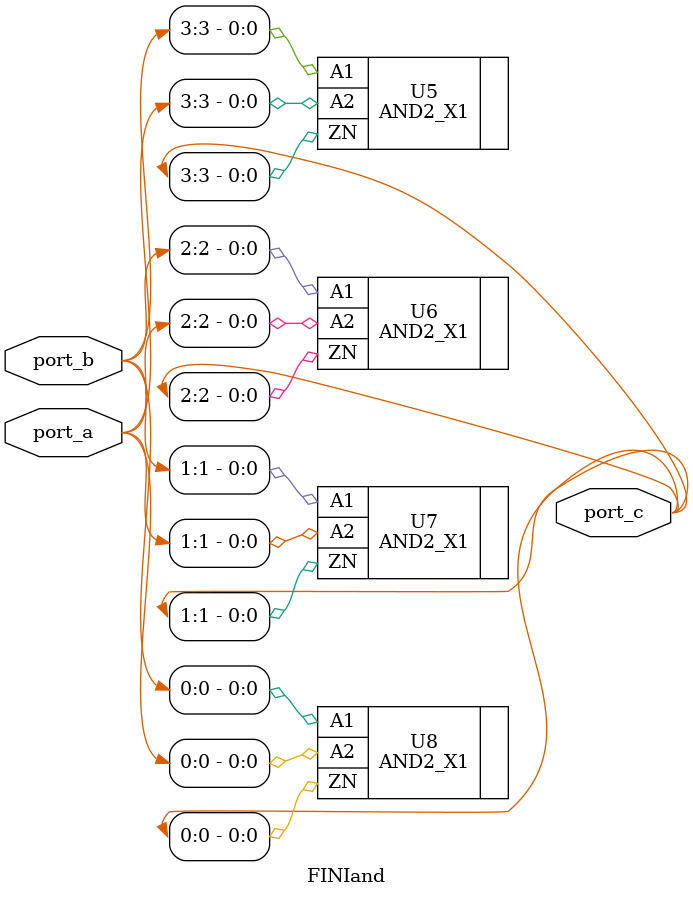
<source format=v>

module FINIand ( port_a, port_b, port_c );
  input [3:0] port_a;
  input [3:0] port_b;
  output [3:0] port_c;


  AND2_X1 U5 ( .A1(port_b[3]), .A2(port_a[3]), .ZN(port_c[3]) );
  AND2_X1 U6 ( .A1(port_b[2]), .A2(port_a[2]), .ZN(port_c[2]) );
  AND2_X1 U7 ( .A1(port_b[1]), .A2(port_a[1]), .ZN(port_c[1]) );
  AND2_X1 U8 ( .A1(port_b[0]), .A2(port_a[0]), .ZN(port_c[0]) );
endmodule


</source>
